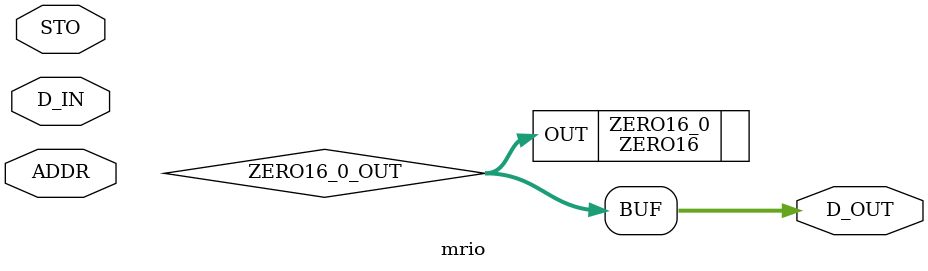
<source format=v>
module mrio(
	output [15:0] D_OUT,
	input [15:0] D_IN,
	input [15:0] ADDR,
	input STO
);

wire [15:0] ZERO16_0_OUT;

ZERO16 ZERO16_0(
	.OUT (ZERO16_0_OUT)
);
	
assign D_OUT = ZERO16_0_OUT;

endmodule

</source>
